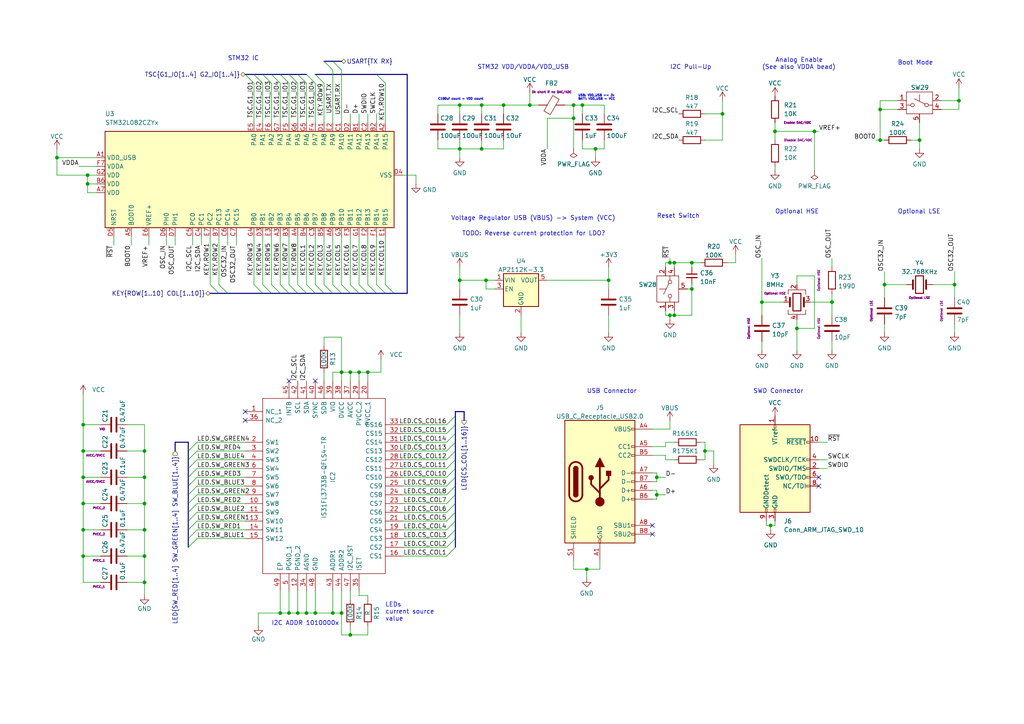
<source format=kicad_sch>
(kicad_sch (version 20211123) (generator eeschema)
  (paper "A4")
  (junction (at 255.27 31.75))
  (junction (at 101.6 184.15))
  (junction (at 236.22 38.1))
  (junction (at 166.37 34.29))
  (junction (at 146.05 30.48))
  (junction (at 140.97 81.28))
  (junction (at 166.37 30.48))
  (junction (at 99.06 107.95))
  (junction (at 24.13 123.19))
  (junction (at 24.13 153.67))
  (junction (at 168.91 30.48))
  (junction (at 133.35 30.48))
  (junction (at 99.06 177.8))
  (junction (at 101.6 107.95))
  (junction (at 255.27 40.64))
  (junction (at 41.91 146.05))
  (junction (at 153.67 30.48))
  (junction (at 266.7 40.64))
  (junction (at 194.31 76.2))
  (junction (at 24.13 146.05))
  (junction (at 190.5 138.43))
  (junction (at 204.47 130.81))
  (junction (at 96.52 177.8))
  (junction (at 41.91 168.91))
  (junction (at 41.91 153.67))
  (junction (at 172.72 43.18))
  (junction (at 231.14 95.25))
  (junction (at 41.91 130.81))
  (junction (at 16.51 45.72))
  (junction (at 276.86 82.55))
  (junction (at 224.79 38.1))
  (junction (at 209.55 33.02))
  (junction (at 170.18 165.1))
  (junction (at 25.4 50.8))
  (junction (at 194.31 91.44))
  (junction (at 190.5 143.51))
  (junction (at 41.91 161.29))
  (junction (at 24.13 130.81))
  (junction (at 176.53 81.28))
  (junction (at 88.9 177.8))
  (junction (at 139.7 30.48))
  (junction (at 200.66 83.82))
  (junction (at 195.58 91.44))
  (junction (at 25.4 53.34))
  (junction (at 86.36 177.8))
  (junction (at 256.54 82.55))
  (junction (at 24.13 138.43))
  (junction (at 104.14 107.95))
  (junction (at 133.35 81.28))
  (junction (at 195.58 76.2))
  (junction (at 278.13 29.21))
  (junction (at 83.82 177.8))
  (junction (at 223.52 152.4))
  (junction (at 41.91 138.43))
  (junction (at 24.13 161.29))
  (junction (at 133.35 43.18))
  (junction (at 91.44 177.8))
  (junction (at 81.28 177.8))
  (junction (at 139.7 43.18))
  (junction (at 106.68 107.95))
  (junction (at 220.98 87.63))
  (junction (at 241.3 87.63))
  (junction (at 200.66 76.2))
  (no_connect (at 189.23 154.94))
  (no_connect (at 71.12 121.92))
  (no_connect (at 71.12 119.38))
  (no_connect (at 189.23 152.4))
  (no_connect (at 91.44 110.49))
  (no_connect (at 237.49 140.97))
  (no_connect (at 237.49 138.43))
  (no_connect (at 83.82 110.49))
  (bus_entry (at 57.15 153.67) (size -2.54 2.54))
  (bus_entry (at 57.15 156.21) (size -2.54 2.54))
  (bus_entry (at 57.15 151.13) (size -2.54 2.54))
  (bus_entry (at 109.22 82.55) (size 2.54 2.54))
  (bus_entry (at 132.08 156.21) (size -2.54 2.54))
  (bus_entry (at 132.08 153.67) (size -2.54 2.54))
  (bus_entry (at 132.08 158.75) (size -2.54 2.54))
  (bus_entry (at 132.08 151.13) (size -2.54 2.54))
  (bus_entry (at 132.08 146.05) (size -2.54 2.54))
  (bus_entry (at 132.08 148.59) (size -2.54 2.54))
  (bus_entry (at 132.08 143.51) (size -2.54 2.54))
  (bus_entry (at 132.08 140.97) (size -2.54 2.54))
  (bus_entry (at 132.08 138.43) (size -2.54 2.54))
  (bus_entry (at 132.08 130.81) (size -2.54 2.54))
  (bus_entry (at 132.08 128.27) (size -2.54 2.54))
  (bus_entry (at 132.08 133.35) (size -2.54 2.54))
  (bus_entry (at 132.08 135.89) (size -2.54 2.54))
  (bus_entry (at 132.08 123.19) (size -2.54 2.54))
  (bus_entry (at 132.08 120.65) (size -2.54 2.54))
  (bus_entry (at 132.08 125.73) (size -2.54 2.54))
  (bus_entry (at 81.28 21.59) (size 2.54 2.54))
  (bus_entry (at 78.74 21.59) (size 2.54 2.54))
  (bus_entry (at 71.12 21.59) (size 2.54 2.54))
  (bus_entry (at 73.66 21.59) (size 2.54 2.54))
  (bus_entry (at 76.2 21.59) (size 2.54 2.54))
  (bus_entry (at 81.28 82.55) (size 2.54 2.54))
  (bus_entry (at 83.82 82.55) (size 2.54 2.54))
  (bus_entry (at 86.36 82.55) (size 2.54 2.54))
  (bus_entry (at 88.9 82.55) (size 2.54 2.54))
  (bus_entry (at 91.44 82.55) (size 2.54 2.54))
  (bus_entry (at 93.98 82.55) (size 2.54 2.54))
  (bus_entry (at 96.52 82.55) (size 2.54 2.54))
  (bus_entry (at 99.06 82.55) (size 2.54 2.54))
  (bus_entry (at 60.96 82.55) (size 2.54 2.54))
  (bus_entry (at 63.5 82.55) (size 2.54 2.54))
  (bus_entry (at 111.76 82.55) (size 2.54 2.54))
  (bus_entry (at 96.52 17.78) (size 2.54 2.54))
  (bus_entry (at 93.98 17.78) (size 2.54 2.54))
  (bus_entry (at 109.22 21.59) (size 2.54 2.54))
  (bus_entry (at 91.44 21.59) (size 2.54 2.54))
  (bus_entry (at 76.2 82.55) (size 2.54 2.54))
  (bus_entry (at 73.66 82.55) (size 2.54 2.54))
  (bus_entry (at 78.74 82.55) (size 2.54 2.54))
  (bus_entry (at 101.6 82.55) (size 2.54 2.54))
  (bus_entry (at 83.82 21.59) (size 2.54 2.54))
  (bus_entry (at 88.9 21.59) (size 2.54 2.54))
  (bus_entry (at 86.36 21.59) (size 2.54 2.54))
  (bus_entry (at 106.68 82.55) (size 2.54 2.54))
  (bus_entry (at 104.14 82.55) (size 2.54 2.54))
  (bus_entry (at 57.15 135.89) (size -2.54 2.54))
  (bus_entry (at 57.15 133.35) (size -2.54 2.54))
  (bus_entry (at 57.15 130.81) (size -2.54 2.54))
  (bus_entry (at 57.15 128.27) (size -2.54 2.54))
  (bus_entry (at 57.15 138.43) (size -2.54 2.54))
  (bus_entry (at 57.15 140.97) (size -2.54 2.54))
  (bus_entry (at 57.15 143.51) (size -2.54 2.54))
  (bus_entry (at 57.15 146.05) (size -2.54 2.54))
  (bus_entry (at 57.15 148.59) (size -2.54 2.54))
  (wire (pts (xy 99.06 97.79) (xy 99.06 107.95)))
  (wire (pts (xy 200.66 76.2) (xy 203.2 76.2)))
  (wire (pts (xy 276.86 93.98) (xy 276.86 96.52)))
  (wire (pts (xy 43.18 71.12) (xy 43.18 68.58)))
  (bus (pts (xy 132.08 153.67) (xy 132.08 156.21)))
  (wire (pts (xy 203.2 128.27) (xy 204.47 128.27)))
  (wire (pts (xy 36.83 138.43) (xy 41.91 138.43)))
  (wire (pts (xy 195.58 128.27) (xy 193.04 128.27)))
  (wire (pts (xy 101.6 107.95) (xy 101.6 110.49)))
  (wire (pts (xy 223.52 152.4) (xy 224.79 152.4)))
  (wire (pts (xy 129.54 133.35) (xy 116.84 133.35)))
  (wire (pts (xy 83.82 177.8) (xy 81.28 177.8)))
  (wire (pts (xy 93.98 97.79) (xy 99.06 97.79)))
  (wire (pts (xy 231.14 82.55) (xy 231.14 80.01)))
  (wire (pts (xy 106.68 181.61) (xy 106.68 184.15)))
  (wire (pts (xy 81.28 24.13) (xy 81.28 35.56)))
  (bus (pts (xy 91.44 21.59) (xy 109.22 21.59)))
  (bus (pts (xy 134.62 119.38) (xy 132.08 119.38)))
  (wire (pts (xy 255.27 40.64) (xy 256.54 40.64)))
  (wire (pts (xy 129.54 123.19) (xy 116.84 123.19)))
  (wire (pts (xy 127 30.48) (xy 133.35 30.48)))
  (wire (pts (xy 220.98 87.63) (xy 220.98 91.44)))
  (wire (pts (xy 104.14 68.58) (xy 104.14 82.55)))
  (bus (pts (xy 109.22 85.09) (xy 111.76 85.09)))
  (wire (pts (xy 106.68 107.95) (xy 106.68 110.49)))
  (bus (pts (xy 132.08 123.19) (xy 132.08 125.73)))
  (wire (pts (xy 173.99 162.56) (xy 173.99 165.1)))
  (wire (pts (xy 120.65 50.8) (xy 120.65 53.34)))
  (wire (pts (xy 129.54 158.75) (xy 116.84 158.75)))
  (wire (pts (xy 129.54 156.21) (xy 116.84 156.21)))
  (bus (pts (xy 54.61 153.67) (xy 54.61 156.21)))
  (wire (pts (xy 237.49 133.35) (xy 240.03 133.35)))
  (wire (pts (xy 104.14 171.45) (xy 104.14 172.72)))
  (wire (pts (xy 224.79 152.4) (xy 224.79 151.13)))
  (bus (pts (xy 71.12 21.59) (xy 73.66 21.59)))
  (wire (pts (xy 204.47 33.02) (xy 209.55 33.02)))
  (wire (pts (xy 36.83 153.67) (xy 41.91 153.67)))
  (wire (pts (xy 166.37 30.48) (xy 168.91 30.48)))
  (wire (pts (xy 99.06 68.58) (xy 99.06 82.55)))
  (wire (pts (xy 168.91 43.18) (xy 172.72 43.18)))
  (wire (pts (xy 106.68 68.58) (xy 106.68 82.55)))
  (wire (pts (xy 127 43.18) (xy 133.35 43.18)))
  (wire (pts (xy 236.22 38.1) (xy 237.49 38.1)))
  (wire (pts (xy 189.23 139.7) (xy 190.5 139.7)))
  (wire (pts (xy 93.98 107.95) (xy 93.98 110.49)))
  (wire (pts (xy 99.06 107.95) (xy 101.6 107.95)))
  (wire (pts (xy 24.13 130.81) (xy 24.13 123.19)))
  (wire (pts (xy 88.9 177.8) (xy 86.36 177.8)))
  (wire (pts (xy 24.13 153.67) (xy 29.21 153.67)))
  (bus (pts (xy 88.9 85.09) (xy 91.44 85.09)))
  (wire (pts (xy 41.91 146.05) (xy 41.91 153.67)))
  (bus (pts (xy 132.08 146.05) (xy 132.08 148.59)))
  (wire (pts (xy 104.14 172.72) (xy 106.68 172.72)))
  (wire (pts (xy 88.9 24.13) (xy 88.9 35.56)))
  (wire (pts (xy 24.13 130.81) (xy 29.21 130.81)))
  (wire (pts (xy 86.36 171.45) (xy 86.36 177.8)))
  (bus (pts (xy 54.61 138.43) (xy 54.61 140.97)))
  (wire (pts (xy 194.31 76.2) (xy 193.04 76.2)))
  (wire (pts (xy 127 30.48) (xy 127 33.02)))
  (wire (pts (xy 106.68 184.15) (xy 101.6 184.15)))
  (wire (pts (xy 36.83 168.91) (xy 41.91 168.91)))
  (wire (pts (xy 71.12 135.89) (xy 57.15 135.89)))
  (wire (pts (xy 83.82 171.45) (xy 83.82 177.8)))
  (wire (pts (xy 101.6 107.95) (xy 104.14 107.95)))
  (bus (pts (xy 76.2 21.59) (xy 78.74 21.59)))
  (bus (pts (xy 111.76 85.09) (xy 114.3 85.09)))
  (wire (pts (xy 189.23 132.08) (xy 193.04 132.08)))
  (wire (pts (xy 24.13 138.43) (xy 29.21 138.43)))
  (wire (pts (xy 256.54 82.55) (xy 256.54 86.36)))
  (bus (pts (xy 132.08 125.73) (xy 132.08 128.27)))
  (wire (pts (xy 58.42 68.58) (xy 58.42 71.12)))
  (bus (pts (xy 93.98 17.78) (xy 96.52 17.78)))
  (wire (pts (xy 96.52 171.45) (xy 96.52 177.8)))
  (wire (pts (xy 139.7 43.18) (xy 146.05 43.18)))
  (wire (pts (xy 200.66 82.55) (xy 200.66 83.82)))
  (wire (pts (xy 86.36 68.58) (xy 86.36 82.55)))
  (wire (pts (xy 106.68 35.56) (xy 106.68 33.02)))
  (wire (pts (xy 204.47 133.35) (xy 203.2 133.35)))
  (wire (pts (xy 96.52 20.32) (xy 96.52 35.56)))
  (wire (pts (xy 222.25 151.13) (xy 222.25 152.4)))
  (wire (pts (xy 166.37 165.1) (xy 170.18 165.1)))
  (wire (pts (xy 129.54 151.13) (xy 116.84 151.13)))
  (wire (pts (xy 41.91 138.43) (xy 41.91 146.05)))
  (wire (pts (xy 213.36 76.2) (xy 210.82 76.2)))
  (wire (pts (xy 256.54 78.74) (xy 256.54 82.55)))
  (bus (pts (xy 106.68 85.09) (xy 109.22 85.09)))
  (wire (pts (xy 81.28 68.58) (xy 81.28 82.55)))
  (bus (pts (xy 76.2 85.09) (xy 78.74 85.09)))
  (wire (pts (xy 36.83 161.29) (xy 41.91 161.29)))
  (wire (pts (xy 41.91 153.67) (xy 41.91 161.29)))
  (wire (pts (xy 22.86 48.26) (xy 27.94 48.26)))
  (wire (pts (xy 104.14 107.95) (xy 106.68 107.95)))
  (wire (pts (xy 129.54 146.05) (xy 116.84 146.05)))
  (wire (pts (xy 146.05 40.64) (xy 146.05 43.18)))
  (wire (pts (xy 195.58 91.44) (xy 200.66 91.44)))
  (wire (pts (xy 153.67 26.67) (xy 153.67 30.48)))
  (wire (pts (xy 278.13 29.21) (xy 278.13 25.4)))
  (wire (pts (xy 76.2 68.58) (xy 76.2 82.55)))
  (wire (pts (xy 16.51 50.8) (xy 25.4 50.8)))
  (wire (pts (xy 158.75 34.29) (xy 158.75 43.18)))
  (wire (pts (xy 24.13 138.43) (xy 24.13 130.81)))
  (bus (pts (xy 54.61 143.51) (xy 54.61 146.05)))
  (wire (pts (xy 71.12 140.97) (xy 57.15 140.97)))
  (bus (pts (xy 54.61 128.27) (xy 54.61 130.81)))
  (bus (pts (xy 96.52 17.78) (xy 99.06 17.78)))
  (wire (pts (xy 129.54 143.51) (xy 116.84 143.51)))
  (wire (pts (xy 129.54 130.81) (xy 116.84 130.81)))
  (wire (pts (xy 24.13 161.29) (xy 24.13 153.67)))
  (wire (pts (xy 16.51 45.72) (xy 16.51 50.8)))
  (wire (pts (xy 25.4 50.8) (xy 27.94 50.8)))
  (wire (pts (xy 255.27 40.64) (xy 255.27 31.75)))
  (wire (pts (xy 129.54 153.67) (xy 116.84 153.67)))
  (wire (pts (xy 222.25 152.4) (xy 223.52 152.4)))
  (wire (pts (xy 140.97 81.28) (xy 140.97 83.82)))
  (wire (pts (xy 170.18 165.1) (xy 170.18 167.64)))
  (wire (pts (xy 33.02 71.12) (xy 33.02 68.58)))
  (wire (pts (xy 190.5 143.51) (xy 193.04 143.51)))
  (wire (pts (xy 106.68 172.72) (xy 106.68 173.99)))
  (bus (pts (xy 109.22 21.59) (xy 118.11 21.59)))
  (wire (pts (xy 190.5 138.43) (xy 190.5 139.7)))
  (wire (pts (xy 86.36 177.8) (xy 83.82 177.8)))
  (wire (pts (xy 224.79 38.1) (xy 236.22 38.1)))
  (bus (pts (xy 132.08 120.65) (xy 132.08 123.19)))
  (wire (pts (xy 129.54 161.29) (xy 116.84 161.29)))
  (wire (pts (xy 55.88 68.58) (xy 55.88 71.12)))
  (wire (pts (xy 227.33 87.63) (xy 220.98 87.63)))
  (wire (pts (xy 16.51 45.72) (xy 27.94 45.72)))
  (bus (pts (xy 86.36 85.09) (xy 88.9 85.09)))
  (wire (pts (xy 106.68 107.95) (xy 110.49 107.95)))
  (wire (pts (xy 81.28 171.45) (xy 81.28 177.8)))
  (wire (pts (xy 71.12 138.43) (xy 57.15 138.43)))
  (wire (pts (xy 266.7 35.56) (xy 266.7 40.64)))
  (wire (pts (xy 73.66 24.13) (xy 73.66 35.56)))
  (wire (pts (xy 146.05 30.48) (xy 153.67 30.48)))
  (wire (pts (xy 195.58 76.2) (xy 200.66 76.2)))
  (wire (pts (xy 241.3 85.09) (xy 241.3 87.63)))
  (wire (pts (xy 133.35 91.44) (xy 133.35 96.52)))
  (wire (pts (xy 71.12 153.67) (xy 57.15 153.67)))
  (wire (pts (xy 255.27 31.75) (xy 255.27 29.21)))
  (wire (pts (xy 74.93 177.8) (xy 81.28 177.8)))
  (wire (pts (xy 96.52 177.8) (xy 91.44 177.8)))
  (wire (pts (xy 207.01 130.81) (xy 207.01 134.62)))
  (wire (pts (xy 172.72 43.18) (xy 175.26 43.18)))
  (wire (pts (xy 176.53 77.47) (xy 176.53 81.28)))
  (wire (pts (xy 48.26 71.12) (xy 48.26 68.58)))
  (wire (pts (xy 101.6 171.45) (xy 101.6 173.99)))
  (wire (pts (xy 231.14 80.01) (xy 236.22 80.01)))
  (wire (pts (xy 109.22 68.58) (xy 109.22 82.55)))
  (wire (pts (xy 224.79 35.56) (xy 224.79 38.1)))
  (bus (pts (xy 101.6 85.09) (xy 104.14 85.09)))
  (wire (pts (xy 41.91 168.91) (xy 41.91 172.72)))
  (bus (pts (xy 132.08 133.35) (xy 132.08 135.89)))
  (wire (pts (xy 129.54 148.59) (xy 116.84 148.59)))
  (wire (pts (xy 133.35 30.48) (xy 133.35 33.02)))
  (wire (pts (xy 68.58 71.12) (xy 68.58 68.58)))
  (wire (pts (xy 101.6 184.15) (xy 99.06 184.15)))
  (bus (pts (xy 132.08 140.97) (xy 132.08 143.51)))
  (bus (pts (xy 73.66 21.59) (xy 76.2 21.59)))
  (wire (pts (xy 71.12 133.35) (xy 57.15 133.35)))
  (bus (pts (xy 83.82 21.59) (xy 86.36 21.59)))
  (wire (pts (xy 204.47 130.81) (xy 207.01 130.81)))
  (wire (pts (xy 133.35 40.64) (xy 133.35 43.18)))
  (wire (pts (xy 255.27 29.21) (xy 260.35 29.21)))
  (wire (pts (xy 41.91 123.19) (xy 41.91 130.81)))
  (wire (pts (xy 36.83 146.05) (xy 41.91 146.05)))
  (wire (pts (xy 140.97 81.28) (xy 133.35 81.28)))
  (wire (pts (xy 24.13 168.91) (xy 24.13 161.29)))
  (wire (pts (xy 71.12 148.59) (xy 57.15 148.59)))
  (wire (pts (xy 262.89 82.55) (xy 256.54 82.55)))
  (wire (pts (xy 41.91 130.81) (xy 41.91 138.43)))
  (wire (pts (xy 24.13 146.05) (xy 24.13 138.43)))
  (wire (pts (xy 204.47 40.64) (xy 209.55 40.64)))
  (wire (pts (xy 36.83 130.81) (xy 41.91 130.81)))
  (bus (pts (xy 54.61 135.89) (xy 54.61 138.43)))
  (bus (pts (xy 132.08 151.13) (xy 132.08 153.67)))
  (wire (pts (xy 111.76 68.58) (xy 111.76 82.55)))
  (wire (pts (xy 175.26 30.48) (xy 175.26 33.02)))
  (wire (pts (xy 99.06 107.95) (xy 99.06 110.49)))
  (wire (pts (xy 166.37 30.48) (xy 166.37 34.29)))
  (wire (pts (xy 91.44 177.8) (xy 88.9 177.8)))
  (wire (pts (xy 220.98 99.06) (xy 220.98 101.6)))
  (wire (pts (xy 91.44 68.58) (xy 91.44 82.55)))
  (wire (pts (xy 189.23 144.78) (xy 190.5 144.78)))
  (wire (pts (xy 24.13 146.05) (xy 29.21 146.05)))
  (bus (pts (xy 118.11 21.59) (xy 118.11 85.09)))
  (wire (pts (xy 146.05 30.48) (xy 146.05 33.02)))
  (wire (pts (xy 99.06 171.45) (xy 99.06 177.8)))
  (wire (pts (xy 104.14 107.95) (xy 104.14 110.49)))
  (wire (pts (xy 223.52 152.4) (xy 223.52 153.67)))
  (wire (pts (xy 166.37 34.29) (xy 166.37 43.18)))
  (wire (pts (xy 195.58 76.2) (xy 195.58 77.47)))
  (wire (pts (xy 104.14 35.56) (xy 104.14 33.02)))
  (bus (pts (xy 114.3 85.09) (xy 118.11 85.09)))
  (bus (pts (xy 81.28 21.59) (xy 83.82 21.59)))
  (wire (pts (xy 193.04 91.44) (xy 194.31 91.44)))
  (wire (pts (xy 254 40.64) (xy 255.27 40.64)))
  (wire (pts (xy 193.04 132.08) (xy 193.04 133.35)))
  (wire (pts (xy 60.96 68.58) (xy 60.96 82.55)))
  (wire (pts (xy 96.52 110.49) (xy 96.52 107.95)))
  (wire (pts (xy 241.3 99.06) (xy 241.3 101.6)))
  (wire (pts (xy 133.35 43.18) (xy 139.7 43.18)))
  (wire (pts (xy 204.47 130.81) (xy 204.47 133.35)))
  (bus (pts (xy 60.96 85.09) (xy 63.5 85.09)))
  (wire (pts (xy 231.14 92.71) (xy 231.14 95.25)))
  (wire (pts (xy 24.13 161.29) (xy 29.21 161.29)))
  (wire (pts (xy 195.58 91.44) (xy 195.58 90.17)))
  (wire (pts (xy 101.6 68.58) (xy 101.6 82.55)))
  (wire (pts (xy 133.35 81.28) (xy 133.35 83.82)))
  (wire (pts (xy 129.54 135.89) (xy 116.84 135.89)))
  (wire (pts (xy 172.72 43.18) (xy 172.72 45.72)))
  (wire (pts (xy 129.54 138.43) (xy 116.84 138.43)))
  (wire (pts (xy 273.05 29.21) (xy 278.13 29.21)))
  (wire (pts (xy 236.22 38.1) (xy 236.22 49.53)))
  (bus (pts (xy 132.08 138.43) (xy 132.08 140.97)))
  (wire (pts (xy 231.14 95.25) (xy 236.22 95.25)))
  (wire (pts (xy 78.74 68.58) (xy 78.74 82.55)))
  (wire (pts (xy 209.55 40.64) (xy 209.55 33.02)))
  (bus (pts (xy 132.08 148.59) (xy 132.08 151.13)))
  (wire (pts (xy 170.18 165.1) (xy 173.99 165.1)))
  (wire (pts (xy 190.5 142.24) (xy 190.5 143.51)))
  (bus (pts (xy 54.61 146.05) (xy 54.61 148.59)))
  (wire (pts (xy 96.52 107.95) (xy 99.06 107.95)))
  (wire (pts (xy 266.7 40.64) (xy 266.7 43.18)))
  (wire (pts (xy 78.74 24.13) (xy 78.74 35.56)))
  (wire (pts (xy 63.5 68.58) (xy 63.5 82.55)))
  (wire (pts (xy 163.83 30.48) (xy 166.37 30.48)))
  (wire (pts (xy 158.75 81.28) (xy 176.53 81.28)))
  (wire (pts (xy 24.13 123.19) (xy 24.13 114.3)))
  (wire (pts (xy 176.53 91.44) (xy 176.53 96.52)))
  (bus (pts (xy 96.52 85.09) (xy 99.06 85.09)))
  (wire (pts (xy 241.3 74.93) (xy 241.3 77.47)))
  (wire (pts (xy 220.98 74.93) (xy 220.98 87.63)))
  (wire (pts (xy 93.98 100.33) (xy 93.98 97.79)))
  (wire (pts (xy 41.91 161.29) (xy 41.91 168.91)))
  (bus (pts (xy 78.74 21.59) (xy 81.28 21.59)))
  (wire (pts (xy 38.1 71.12) (xy 38.1 68.58)))
  (wire (pts (xy 176.53 83.82) (xy 176.53 81.28)))
  (bus (pts (xy 54.61 140.97) (xy 54.61 143.51)))
  (wire (pts (xy 86.36 24.13) (xy 86.36 35.56)))
  (wire (pts (xy 133.35 77.47) (xy 133.35 81.28)))
  (wire (pts (xy 24.13 123.19) (xy 29.21 123.19)))
  (wire (pts (xy 111.76 24.13) (xy 111.76 35.56)))
  (wire (pts (xy 270.51 82.55) (xy 276.86 82.55)))
  (bus (pts (xy 66.04 85.09) (xy 76.2 85.09)))
  (wire (pts (xy 204.47 128.27) (xy 204.47 130.81)))
  (bus (pts (xy 54.61 151.13) (xy 54.61 153.67)))
  (wire (pts (xy 190.5 138.43) (xy 193.04 138.43)))
  (bus (pts (xy 83.82 85.09) (xy 86.36 85.09)))
  (bus (pts (xy 93.98 85.09) (xy 96.52 85.09)))
  (wire (pts (xy 264.16 40.64) (xy 266.7 40.64)))
  (bus (pts (xy 104.14 85.09) (xy 106.68 85.09)))
  (bus (pts (xy 50.8 130.81) (xy 50.8 128.27)))
  (wire (pts (xy 129.54 128.27) (xy 116.84 128.27)))
  (wire (pts (xy 194.31 76.2) (xy 195.58 76.2)))
  (wire (pts (xy 255.27 31.75) (xy 260.35 31.75)))
  (wire (pts (xy 158.75 34.29) (xy 166.37 34.29)))
  (wire (pts (xy 193.04 90.17) (xy 193.04 91.44)))
  (wire (pts (xy 99.06 20.32) (xy 99.06 35.56)))
  (wire (pts (xy 71.12 130.81) (xy 57.15 130.81)))
  (wire (pts (xy 139.7 30.48) (xy 139.7 33.02)))
  (wire (pts (xy 166.37 162.56) (xy 166.37 165.1)))
  (wire (pts (xy 190.5 137.16) (xy 190.5 138.43)))
  (wire (pts (xy 76.2 24.13) (xy 76.2 35.56)))
  (wire (pts (xy 129.54 140.97) (xy 116.84 140.97)))
  (wire (pts (xy 101.6 35.56) (xy 101.6 33.02)))
  (wire (pts (xy 168.91 30.48) (xy 168.91 33.02)))
  (wire (pts (xy 91.44 24.13) (xy 91.44 35.56)))
  (bus (pts (xy 50.8 128.27) (xy 54.61 128.27)))
  (wire (pts (xy 190.5 143.51) (xy 190.5 144.78)))
  (wire (pts (xy 71.12 146.05) (xy 57.15 146.05)))
  (bus (pts (xy 132.08 135.89) (xy 132.08 138.43)))
  (bus (pts (xy 78.74 85.09) (xy 81.28 85.09)))
  (wire (pts (xy 83.82 24.13) (xy 83.82 35.56)))
  (wire (pts (xy 24.13 153.67) (xy 24.13 146.05)))
  (bus (pts (xy 54.61 130.81) (xy 54.61 133.35)))
  (bus (pts (xy 132.08 130.81) (xy 132.08 133.35)))
  (wire (pts (xy 139.7 30.48) (xy 146.05 30.48)))
  (wire (pts (xy 99.06 177.8) (xy 96.52 177.8)))
  (wire (pts (xy 237.49 135.89) (xy 240.03 135.89)))
  (wire (pts (xy 236.22 80.01) (xy 236.22 95.25)))
  (wire (pts (xy 194.31 121.92) (xy 194.31 124.46)))
  (wire (pts (xy 50.8 71.12) (xy 50.8 68.58)))
  (bus (pts (xy 54.61 156.21) (xy 54.61 158.75)))
  (wire (pts (xy 224.79 48.26) (xy 224.79 49.53)))
  (wire (pts (xy 74.93 177.8) (xy 74.93 181.61)))
  (bus (pts (xy 91.44 85.09) (xy 93.98 85.09)))
  (wire (pts (xy 93.98 68.58) (xy 93.98 82.55)))
  (wire (pts (xy 140.97 83.82) (xy 143.51 83.82)))
  (wire (pts (xy 101.6 181.61) (xy 101.6 184.15)))
  (wire (pts (xy 213.36 73.66) (xy 213.36 76.2)))
  (wire (pts (xy 199.39 83.82) (xy 200.66 83.82)))
  (wire (pts (xy 193.04 128.27) (xy 193.04 129.54)))
  (wire (pts (xy 151.13 91.44) (xy 151.13 96.52)))
  (wire (pts (xy 189.23 137.16) (xy 190.5 137.16)))
  (wire (pts (xy 73.66 68.58) (xy 73.66 82.55)))
  (bus (pts (xy 54.61 133.35) (xy 54.61 135.89)))
  (wire (pts (xy 168.91 40.64) (xy 168.91 43.18)))
  (wire (pts (xy 143.51 81.28) (xy 140.97 81.28)))
  (wire (pts (xy 231.14 95.25) (xy 231.14 101.6)))
  (bus (pts (xy 132.08 156.21) (xy 132.08 158.75)))
  (wire (pts (xy 194.31 74.93) (xy 194.31 76.2)))
  (wire (pts (xy 109.22 35.56) (xy 109.22 33.02)))
  (wire (pts (xy 110.49 104.14) (xy 110.49 107.95)))
  (wire (pts (xy 71.12 143.51) (xy 57.15 143.51)))
  (wire (pts (xy 71.12 128.27) (xy 57.15 128.27)))
  (wire (pts (xy 36.83 123.19) (xy 41.91 123.19)))
  (wire (pts (xy 24.13 168.91) (xy 29.21 168.91)))
  (wire (pts (xy 88.9 171.45) (xy 88.9 177.8)))
  (bus (pts (xy 132.08 119.38) (xy 132.08 120.65)))
  (wire (pts (xy 25.4 55.88) (xy 25.4 53.34)))
  (wire (pts (xy 25.4 53.34) (xy 25.4 50.8)))
  (wire (pts (xy 224.79 38.1) (xy 224.79 40.64)))
  (bus (pts (xy 132.08 143.51) (xy 132.08 146.05)))
  (wire (pts (xy 200.66 76.2) (xy 200.66 77.47)))
  (wire (pts (xy 234.95 87.63) (xy 241.3 87.63)))
  (wire (pts (xy 153.67 30.48) (xy 156.21 30.48)))
  (wire (pts (xy 175.26 40.64) (xy 175.26 43.18)))
  (bus (pts (xy 81.28 85.09) (xy 83.82 85.09)))
  (wire (pts (xy 194.31 91.44) (xy 194.31 92.71)))
  (wire (pts (xy 189.23 142.24) (xy 190.5 142.24)))
  (wire (pts (xy 133.35 43.18) (xy 133.35 45.72)))
  (wire (pts (xy 96.52 68.58) (xy 96.52 82.55)))
  (wire (pts (xy 193.04 76.2) (xy 193.04 77.47)))
  (bus (pts (xy 99.06 85.09) (xy 101.6 85.09)))
  (wire (pts (xy 189.23 129.54) (xy 193.04 129.54)))
  (wire (pts (xy 16.51 43.18) (xy 16.51 45.72)))
  (wire (pts (xy 116.84 50.8) (xy 120.65 50.8)))
  (wire (pts (xy 83.82 68.58) (xy 83.82 82.55)))
  (wire (pts (xy 189.23 124.46) (xy 194.31 124.46)))
  (wire (pts (xy 278.13 31.75) (xy 278.13 29.21)))
  (wire (pts (xy 71.12 151.13) (xy 57.15 151.13)))
  (wire (pts (xy 91.44 171.45) (xy 91.44 177.8)))
  (wire (pts (xy 273.05 31.75) (xy 278.13 31.75)))
  (bus (pts (xy 86.36 21.59) (xy 88.9 21.59)))
  (bus (pts (xy 54.61 148.59) (xy 54.61 151.13)))
  (bus (pts (xy 134.62 121.92) (xy 134.62 119.38)))
  (wire (pts (xy 127 40.64) (xy 127 43.18)))
  (wire (pts (xy 139.7 40.64) (xy 139.7 43.18)))
  (wire (pts (xy 241.3 87.63) (xy 241.3 91.44)))
  (wire (pts (xy 27.94 53.34) (xy 25.4 53.34)))
  (wire (pts (xy 66.04 71.12) (xy 66.04 68.58)))
  (wire (pts (xy 200.66 83.82) (xy 200.66 91.44)))
  (wire (pts (xy 71.12 156.21) (xy 57.15 156.21)))
  (wire (pts (xy 168.91 30.48) (xy 175.26 30.48)))
  (wire (pts (xy 276.86 82.55) (xy 276.86 86.36)))
  (wire (pts (xy 93.98 24.13) (xy 93.98 35.56)))
  (wire (pts (xy 88.9 68.58) (xy 88.9 82.55)))
  (wire (pts (xy 237.49 128.27) (xy 240.03 128.27)))
  (wire (pts (xy 276.86 78.74) (xy 276.86 82.55)))
  (bus (pts (xy 63.5 85.09) (xy 66.04 85.09)))
  (wire (pts (xy 193.04 133.35) (xy 195.58 133.35)))
  (wire (pts (xy 256.54 93.98) (xy 256.54 96.52)))
  (wire (pts (xy 209.55 33.02) (xy 209.55 29.21)))
  (wire (pts (xy 133.35 30.48) (xy 139.7 30.48)))
  (wire (pts (xy 129.54 125.73) (xy 116.84 125.73)))
  (wire (pts (xy 27.94 55.88) (xy 25.4 55.88)))
  (wire (pts (xy 99.06 177.8) (xy 99.06 184.15)))
  (wire (pts (xy 194.31 91.44) (xy 195.58 91.44)))
  (bus (pts (xy 132.08 128.27) (xy 132.08 130.81)))
  (text "Boot Mode" (at 260.35 19.05 0) (effects (font (size 1.27 1.27)) (justify left bottom)))
  (text "Voltage Regulator USB (VBUS) -> System (VCC)" (at 130.81 64.135 0) (effects (font (size 1.27 1.27)) (justify left bottom)))
  (text "C100uf count = VDD count" (at 127 29.21 0) (effects (font (size 0.63 0.63)) (justify left bottom)))
  (text "STM32 VDD/VDDA/VDD_USB" (at 138.43 20.32 0) (effects (font (size 1.27 1.27)) (justify left bottom)))
  (text "I2C Pull-Up" (at 194.31 20.32 0) (effects (font (size 1.27 1.27)) (justify left bottom)))
  (text "Optional LSE" (at 260.35 62.23 0) (effects (font (size 1.27 1.27)) (justify left bottom)))
  (text "LEDs \ncurrent source \nvalue" (at 111.76 180.34 0) (effects (font (size 1.27 1.27)) (justify left bottom)))
  (text "I2C ADDR 1010000x" (at 78.74 181.61 0) (effects (font (size 1.27 1.27)) (justify left bottom)))
  (text "Optional HSE" (at 224.79 62.23 0) (effects (font (size 1.27 1.27)) (justify left bottom)))
  (text "Reset Switch" (at 190.5 63.5 0) (effects (font (size 1.27 1.27)) (justify left bottom)))
  (text "STM32 IC" (at 66.04 17.78 0) (effects (font (size 1.27 1.27)) (justify left bottom)))
  (text "    Analog Enable\n(See also VDDA bead)" (at 220.98 20.32 0) (effects (font (size 1.27 1.27)) (justify left bottom)))
  (text "SWD Connector" (at 218.44 114.3 0) (effects (font (size 1.27 1.27)) (justify left bottom)))
  (text "TODO: Reverse current protection for LDO?" (at 133.985 68.58 0) (effects (font (size 1.27 1.27)) (justify left bottom)))
  (text "USB Connector" (at 170.18 114.3 0) (effects (font (size 1.27 1.27)) (justify left bottom)))
  (text "USB: VDD_USB >= 3v\nBATT: VDD_USB = VCC" (at 167.64 29.21 0) (effects (font (size 0.63 0.63)) (justify left bottom)))
  (label "LED.CS_COL9" (at 129.54 140.97 180))
  (label "OSC32_IN" (at 256.54 78.74 90))
  (label "OSC32_IN" (at 66.04 71.12 270))
  (label "LED.SW_RED2" (at 57.15 146.05 0))
  (label "LED.SW_BLUE3" (at 57.15 140.97 0))
  (label "I2C_SCL" (at 55.88 71.12 270))
  (label "KEY.COL5" (at 99.06 80.01 90))
  (label "SWDIO" (at 106.68 33.02 90))
  (label "I2C_SDA" (at 88.9 110.49 90))
  (label "D-" (at 101.6 33.02 90))
  (label "LED.SW_RED3" (at 57.15 138.43 0))
  (label "LED.CS_COL14" (at 129.54 128.27 180))
  (label "LED.CS_COL12" (at 129.54 133.35 180))
  (label "I2C_SCL" (at 86.36 110.49 90))
  (label "TSC.G1_IO2" (at 86.36 34.29 90))
  (label "LED.CS_COL5" (at 129.54 151.13 180))
  (label "KEY.ROW7" (at 83.82 80.01 90))
  (label "KEY.ROW5" (at 78.74 80.01 90))
  (label "SWDIO" (at 240.03 135.89 0))
  (label "SWCLK" (at 109.22 33.02 90))
  (label "LED.CS_COL2" (at 129.54 158.75 180))
  (label "KEY.COL10" (at 111.76 80.01 90))
  (label "KEY.ROW9" (at 93.98 24.13 270))
  (label "KEY.ROW1" (at 60.96 80.01 90))
  (label "VDDA" (at 158.75 43.18 270))
  (label "LED.CS_COL11" (at 129.54 135.89 180))
  (label "TSC.G1_IO3" (at 78.74 34.29 90))
  (label "~{RST}" (at 194.31 74.93 90))
  (label "OSC_OUT" (at 241.3 74.93 90))
  (label "LED.CS_COL6" (at 129.54 148.59 180))
  (label "LED.CS_COL7" (at 129.54 146.05 180))
  (label "D-" (at 193.04 138.43 0))
  (label "LED.CS_COL1" (at 129.54 161.29 180))
  (label "I2C_SDA" (at 58.42 71.12 270))
  (label "VREF+" (at 237.49 38.1 0))
  (label "LED.SW_BLUE1" (at 57.15 156.21 0))
  (label "LED.CS_COL3" (at 129.54 156.21 180))
  (label "~{RST}" (at 33.02 71.12 270))
  (label "LED.CS_COL10" (at 129.54 138.43 180))
  (label "OSC_OUT" (at 50.8 71.12 270))
  (label "KEY.COL4" (at 96.52 80.01 90))
  (label "OSC_IN" (at 48.26 71.12 270))
  (label "KEY.COL3" (at 93.98 80.01 90))
  (label "LED.SW_BLUE2" (at 57.15 148.59 0))
  (label "KEY.ROW10" (at 111.76 24.13 270))
  (label "LED.CS_COL4" (at 129.54 153.67 180))
  (label "OSC32_OUT" (at 68.58 71.12 270))
  (label "LED.CS_COL8" (at 129.54 143.51 180))
  (label "TSC.G1_IO4" (at 91.44 34.29 90))
  (label "OSC_IN" (at 220.98 74.93 90))
  (label "USART.TX" (at 96.52 24.13 270))
  (label "LED.CS_COL15" (at 129.54 125.73 180))
  (label "I2C_SCL" (at 196.85 33.02 180))
  (label "KEY.COL1" (at 88.9 80.01 90))
  (label "VDDA" (at 22.86 48.26 180))
  (label "USART.RX" (at 99.06 24.13 270))
  (label "TSC.G1_IO2" (at 76.2 34.29 90))
  (label "LED.SW_GREEN3" (at 57.15 135.89 0))
  (label "KEY.COL7" (at 104.14 80.01 90))
  (label "SWCLK" (at 240.03 133.35 0))
  (label "KEY.ROW8" (at 86.36 80.01 90))
  (label "TSC.G1_IO1" (at 73.66 34.29 90))
  (label "~{RST}" (at 240.03 128.27 0))
  (label "D+" (at 104.14 33.02 90))
  (label "LED.SW_RED4" (at 57.15 130.81 0))
  (label "KEY.ROW4" (at 76.2 80.01 90))
  (label "KEY.COL9" (at 109.22 80.01 90))
  (label "KEY.ROW3" (at 73.66 80.01 90))
  (label "LED.CS_COL13" (at 129.54 130.81 180))
  (label "KEY.ROW6" (at 81.28 80.01 90))
  (label "BOOT0" (at 254 40.64 180))
  (label "KEY.ROW2" (at 63.5 80.01 90))
  (label "I2C_SDA" (at 196.85 40.64 180))
  (label "LED.SW_GREEN4" (at 57.15 128.27 0))
  (label "D+" (at 193.04 143.51 0))
  (label "TSC.G1_IO4" (at 81.28 34.29 90))
  (label "OSC32_OUT" (at 276.86 78.74 90))
  (label "LED.SW_RED1" (at 57.15 153.67 0))
  (label "KEY.COL2" (at 91.44 80.01 90))
  (label "LED.SW_GREEN1" (at 57.15 151.13 0))
  (label "LED.SW_BLUE4" (at 57.15 133.35 0))
  (label "KEY.COL6" (at 101.6 80.01 90))
  (label "VREF+" (at 43.18 71.12 270))
  (label "BOOT0" (at 38.1 71.12 270))
  (label "LED.CS_COL16" (at 129.54 123.19 180))
  (label "LED.SW_GREEN2" (at 57.15 143.51 0))
  (label "TSC.G1_IO1" (at 83.82 34.29 90))
  (label "TSC.G1_IO3" (at 88.9 34.29 90))
  (label "KEY.COL8" (at 106.68 80.01 90))
  (hierarchical_label "LED{SW_RED[1..4] SW_GREEN[1..4] SW_BLUE[1..4]}" (shape input) (at 50.8 130.81 270))
  (hierarchical_label "USART{TX RX}" (shape bidirectional) (at 99.06 17.78 0))
  (hierarchical_label "KEY{ROW[1..10] COL[1..10]}" (shape bidirectional) (at 60.96 85.09 180))
  (hierarchical_label "TSC{G1_IO[1..4] G2_IO[1..4]}" (shape bidirectional) (at 71.12 21.59 180))
  (hierarchical_label "LED{CS_COL[1..16]}" (shape output) (at 134.62 121.92 270))
  (symbol (lib_id "power:VCC") (at 224.79 27.94 0) (unit 1)
    (property "Reference" "#PWR063" (effects hide))
    (property "Value" "VCC" (at 224.79 24.13 0))
  )
  (symbol (lib_id "power:GND") (at 241.3 101.6 0) (unit 1)
    (property "Reference" "#PWR067" (effects hide))
    (property "Value" "GND" (at 241.3 106.0434 0))
  )
  (symbol (lib_id "power:+3V3") (at 176.53 77.47 0) (unit 1)
    (property "Reference" "#PWR054" (effects hide))
    (property "Value" "+3V3" (at 176.53 73.8942 0))
  )
  (symbol (lib_id "power:GND") (at 41.91 172.72 0) (unit 1)
    (property "Reference" "#PWR043" (effects hide))
    (property "Value" "GND" (at 41.91 176.53 0))
  )
  (symbol (lib_id "power:GND") (at 223.52 153.67 0) (unit 1)
    (property "Reference" "#PWR062" (effects hide))
    (property "Value" "GND" (at 223.52 158.1134 0))
  )
  (symbol (lib_id "Device:C") (at 220.98 95.25 0) (unit 1)
    (property "Reference" "C37" (at 223.901 94.4153 0) (effects (justify left)))
    (property "Value" "10pF" (at 223.901 96.9522 0) (effects (justify left)))
    (property "Footprint" "Capacitor_SMD:C_0805_2012Metric" (effects hide))
    (property "Notes" "Optional HSE" (at 217.17 95.25 90) (effects (font (size 0.63 0.63))))
  )
  (symbol (lib_id "power:VBUS") (at 194.31 121.92 0) (unit 1)
    (property "Reference" "#PWR057" (effects hide))
    (property "Value" "VBUS" (at 194.31 118.3442 0))
  )
  (symbol (lib_id "Device:C") (at 133.35 87.63 0) (unit 1)
    (property "Reference" "C30" (at 136.271 86.7953 0) (effects (justify left)))
    (property "Value" "1uF" (at 136.271 89.3322 0) (effects (justify left)))
    (property "Footprint" "Capacitor_SMD:C_0805_2012Metric" (effects hide))
  )
  (symbol (lib_id "Device:R") (at 106.68 177.8 0) (unit 1)
    (property "Reference" "R15" (at 109.22 177.8 90))
    (property "Value" "R" (at 106.68 177.8 90))
    (property "Footprint" "Resistor_SMD:R_0805_2012Metric" (effects hide))
  )
  (symbol (lib_id "power:VBUS") (at 133.35 77.47 0) (unit 1)
    (property "Reference" "#PWR048" (effects hide))
    (property "Value" "VBUS" (at 133.35 73.8942 0))
  )
  (symbol (lib_id "power:VCC") (at 24.13 114.3 0) (unit 1)
    (property "Reference" "#PWR042" (effects hide))
    (property "Value" "VCC" (at 26.67 113.0299 0) (effects (justify left)))
  )
  (symbol (lib_id "Nour_KB:IS31FL3733B-QFLS4-TR") (at 93.98 138.43 0) (unit 1)
    (property "Reference" "IC2" (at 96.52 138.43 90))
    (property "Value" "IS31FL3733B-QFLS4-TR" (at 93.98 138.43 90))
    (property "Footprint" "Nour_KB:QFN40P600X600X80-49N-D" (effects hide))
    (property "Datasheet" "https://lumissil.com/assets/pdf/core/IS31FL3733B_DS.pdf" (effects hide))
    (property "Description" "Integrated Silicon Solution Inc 12 16 Dot Matrix LED Drive with individual auto breath function, QFN-48 (6mm 6mm), T&R" (effects hide))
    (property "Height" "0.8" (effects hide))
    (property "Manufacturer_Name" "Lumissil" (effects hide))
    (property "Manufacturer_Part_Number" "IS31FL3733B-QFLS4-TR" (effects hide))
    (property "Mouser Part Number" "870-IS31FL3733BQFLS4" (effects hide))
    (property "Mouser Price/Stock" "https://www.mouser.co.uk/ProductDetail/Lumissil/IS31FL3733B-QFLS4-TR?qs=vHuUswq2%252Bswp75bDg7zw%2Fw%3D%3D" (effects hide))
  )
  (symbol (lib_id "Device:R") (at 199.39 128.27 90) (unit 1)
    (property "Reference" "R16" (at 196.85 125.73 90))
    (property "Value" "5K1" (at 200.66 125.73 90))
    (property "Footprint" "Resistor_SMD:R_0805_2012Metric" (effects hide))
  )
  (symbol (lib_id "power:GND") (at 231.14 101.6 0) (unit 1)
    (property "Reference" "#PWR066" (effects hide))
    (property "Value" "GND" (at 231.14 106.0434 0))
  )
  (symbol (lib_id "power:GND") (at 172.72 45.72 0) (unit 1)
    (property "Reference" "#PWR053" (effects hide))
    (property "Value" "GND" (at 172.72 50.1634 0))
  )
  (symbol (lib_id "power:GND") (at 151.13 96.52 0) (unit 1)
    (property "Reference" "#PWR050" (effects hide))
    (property "Value" "GND" (at 151.13 100.9634 0))
  )
  (symbol (lib_id "power:GND") (at 133.35 96.52 0) (unit 1)
    (property "Reference" "#PWR049" (effects hide))
    (property "Value" "GND" (at 133.35 100.9634 0))
  )
  (symbol (lib_id "power:GND") (at 133.35 45.72 0) (unit 1)
    (property "Reference" "#PWR047" (effects hide))
    (property "Value" "GND" (at 133.35 50.1634 0))
  )
  (symbol (lib_id "Device:C") (at 33.02 130.81 90) (unit 1)
    (property "Reference" "C22" (at 30.48 130.175 0) (effects (justify left)))
    (property "Value" "0.47uF" (at 35.56 130.175 0) (effects (justify left)))
    (property "Footprint" "Capacitor_SMD:C_0805_2012Metric" (effects hide))
    (property "Notes" "AVCC/DVCC" (at 30.48 132.08 90) (effects (font (size 0.63 0.63)) (justify left)))
  )
  (symbol (lib_id "Device:C") (at 33.02 161.29 90) (unit 1)
    (property "Reference" "C26" (at 30.48 160.655 0) (effects (justify left)))
    (property "Value" "0.47uF" (at 35.56 160.655 0) (effects (justify left)))
    (property "Footprint" "Capacitor_SMD:C_0805_2012Metric" (effects hide))
    (property "Notes" "PVCC_1" (at 30.48 162.56 90) (effects (font (size 0.63 0.63)) (justify left)))
  )
  (symbol (lib_id "Device:C") (at 276.86 90.17 0) (unit 1)
    (property "Reference" "C40" (at 277.495 87.63 0) (effects (justify left)))
    (property "Value" "7pF" (at 277.495 92.71 0) (effects (justify left)))
    (property "Footprint" "Capacitor_SMD:C_0805_2012Metric" (effects hide))
    (property "Notes" "Optional LSE" (at 273.05 90.17 90) (effects (font (size 0.63 0.63))))
  )
  (symbol (lib_id "power:VCC") (at 278.13 25.4 0) (unit 1)
    (property "Reference" "#PWR071" (effects hide))
    (property "Value" "VCC" (at 278.13 21.59 0))
  )
  (symbol (lib_id "Device:Crystal_GND24") (at 231.14 87.63 0) (unit 1)
    (property "Reference" "Y3" (at 224.79 80.01 0))
    (property "Value" "8MHz" (at 224.79 82.55 0))
    (property "Footprint" "Nour_KB:ECS801830BAGNTR" (effects hide))
    (property "Notes" "Optional HSE" (at 224.79 85.09 0) (effects (font (size 0.63 0.63))))
    (property "PartNo" "ECS-80-10-30B-CWN-TR" (effects hide))
  )
  (symbol (lib_id "Device:C") (at 33.02 123.19 90) (unit 1)
    (property "Reference" "C21" (at 30.48 122.555 0) (effects (justify left)))
    (property "Value" "0.47uF" (at 35.56 122.555 0) (effects (justify left)))
    (property "Footprint" "Capacitor_SMD:C_0805_2012Metric" (effects hide))
    (property "Notes" "VIO" (at 30.48 124.46 90) (effects (font (size 0.63 0.63)) (justify left)))
  )
  (symbol (lib_id "Device:C") (at 127 36.83 0) (unit 1)
    (property "Reference" "C28" (at 127.635 34.29 0) (effects (justify left)))
    (property "Value" "100uF" (at 127.635 39.37 0) (effects (justify left)))
    (property "Footprint" "Capacitor_SMD:C_0805_2012Metric" (effects hide))
  )
  (symbol (lib_id "power:VCC") (at 16.51 43.18 0) (unit 1)
    (property "Reference" "#PWR041" (effects hide))
    (property "Value" "VCC" (at 16.51 39.6042 0))
  )
  (symbol (lib_id "MCU_ST_STM32L0:STM32L082CZYx") (at 71.12 50.8 90) (unit 1)
    (property "Reference" "U3" (at 30.48 33.02 90) (effects (justify right)))
    (property "Value" "STM32L082CZYx" (at 30.48 35.56 90) (effects (justify right)))
    (property "Footprint" "Package_CSP:ST_WLCSP-49_Die447" (effects hide))
    (property "Datasheet" "http://www.st.com/st-web-ui/static/active/en/resource/technical/document/datasheet/DM00141132.pdf" (effects hide))
  )
  (symbol (lib_id "Device:R") (at 260.35 40.64 270) (unit 1)
    (property "Reference" "R24" (at 260.35 35.9242 90))
    (property "Value" "100K" (at 260.35 38.4611 90))
    (property "Footprint" "Resistor_SMD:R_0805_2012Metric" (effects hide))
  )
  (symbol (lib_id "Device:C") (at 176.53 87.63 0) (unit 1)
    (property "Reference" "C35" (at 179.451 86.7953 0) (effects (justify left)))
    (property "Value" "1uF" (at 179.451 89.3322 0) (effects (justify left)))
    (property "Footprint" "Capacitor_SMD:C_0805_2012Metric" (effects hide))
  )
  (symbol (lib_id "Device:C") (at 175.26 36.83 0) (unit 1)
    (property "Reference" "C34" (at 175.895 34.29 0) (effects (justify left)))
    (property "Value" "100uF" (at 175.895 39.37 0) (effects (justify left)))
    (property "Footprint" "Capacitor_SMD:C_0805_2012Metric" (effects hide))
  )
  (symbol (lib_id "Device:FerriteBead") (at 160.02 30.48 90) (unit 1)
    (property "Reference" "FB2" (at 159.9692 24.1386 90))
    (property "Value" "FerriteBead" (effects hide))
    (property "Footprint" "Resistor_SMD:R_0805_2012Metric" (effects hide))
    (property "Notes" "Ok short if no DAC/ADC" (at 160.02 26.67 90) (effects (font (size 0.63 0.63))))
  )
  (symbol (lib_id "Regulator_Linear:AP2112K-3.3") (at 151.13 83.82 0) (unit 1)
    (property "Reference" "U4" (at 151.13 75.6752 0))
    (property "Value" "AP2112K-3.3" (at 151.13 78.2121 0))
    (property "Footprint" "Package_TO_SOT_SMD:SOT-23-5" (effects hide))
    (property "Datasheet" "https://www.diodes.com/assets/Datasheets/AP2112.pdf" (effects hide))
  )
  (symbol (lib_id "Device:Crystal") (at 266.7 82.55 0) (unit 1)
    (property "Reference" "Y4" (at 266.7 76.2848 0))
    (property "Value" "32.768KHz" (at 266.7 78.8217 0))
    (property "Footprint" "Nour_KB:ECS327712TR" (effects hide))
    (property "Notes" "Optional LSE" (at 266.7 86.36 0) (effects (font (size 0.63 0.63))))
    (property "PartNo" "ECS-.327-7-12-TR" (effects hide))
  )
  (symbol (lib_id "Device:R") (at 200.66 40.64 270) (unit 1)
    (property "Reference" "R19" (at 200.66 35.9242 90))
    (property "Value" "4k7" (at 200.66 38.4611 90))
    (property "Footprint" "Resistor_SMD:R_0805_2012Metric" (effects hide))
  )
  (symbol (lib_id "Device:C") (at 133.35 36.83 0) (unit 1)
    (property "Reference" "C29" (at 133.985 34.29 0) (effects (justify left)))
    (property "Value" "100uF" (at 133.985 39.37 0) (effects (justify left)))
    (property "Footprint" "Capacitor_SMD:C_0805_2012Metric" (effects hide))
  )
  (symbol (lib_id "Device:C") (at 33.02 153.67 90) (unit 1)
    (property "Reference" "C25" (at 30.48 153.035 0) (effects (justify left)))
    (property "Value" "0.1uF" (at 35.56 153.035 0) (effects (justify left)))
    (property "Footprint" "Capacitor_SMD:C_0805_2012Metric" (effects hide))
    (property "Notes" "PVCC_2" (at 30.48 154.94 90) (effects (font (size 0.63 0.63)) (justify left)))
  )
  (symbol (lib_id "Device:R") (at 224.79 44.45 0) (unit 1)
    (property "Reference" "R22" (at 227.33 43.18 0) (effects (justify left)))
    (property "Value" "10K" (at 227.33 45.72 0) (effects (justify left)))
    (property "Footprint" "Resistor_SMD:R_0805_2012Metric" (effects hide))
    (property "Notes" "Disable DAC/ADC" (at 227.33 40.64 0) (effects (font (size 0.63 0.63)) (justify left)))
  )
  (symbol (lib_id "power:VCC") (at 213.36 73.66 0) (unit 1)
    (property "Reference" "#PWR060" (effects hide))
    (property "Value" "VCC" (at 213.36 70.0842 0))
  )
  (symbol (lib_id "power:VCC") (at 110.49 104.14 0) (unit 1)
    (property "Reference" "#PWR045" (effects hide))
    (property "Value" "VCC" (at 113.03 102.8699 0) (effects (justify left)))
  )
  (symbol (lib_id "Device:R") (at 101.6 177.8 0) (unit 1)
    (property "Reference" "R14" (at 104.14 177.8 90))
    (property "Value" "100K" (at 101.6 177.8 90))
    (property "Footprint" "Resistor_SMD:R_0805_2012Metric" (effects hide))
  )
  (symbol (lib_id "Device:R") (at 93.98 104.14 0) (unit 1)
    (property "Reference" "R13" (at 96.52 104.14 90))
    (property "Value" "100K" (at 93.98 104.14 90))
    (property "Footprint" "Resistor_SMD:R_0805_2012Metric" (effects hide))
  )
  (symbol (lib_id "power:VCC") (at 153.67 26.67 0) (unit 1)
    (property "Reference" "#PWR051" (effects hide))
    (property "Value" "VCC" (at 153.67 23.0942 0))
  )
  (symbol (lib_id "power:GND") (at 224.79 49.53 0) (unit 1)
    (property "Reference" "#PWR064" (effects hide))
    (property "Value" "GND" (at 224.79 53.9734 0))
  )
  (symbol (lib_id "Device:C") (at 33.02 168.91 90) (unit 1)
    (property "Reference" "C27" (at 30.48 168.275 0) (effects (justify left)))
    (property "Value" "0.1uF" (at 35.56 168.275 0) (effects (justify left)))
    (property "Footprint" "Capacitor_SMD:C_0805_2012Metric" (effects hide))
    (property "Notes" "PVCC_1" (at 30.48 170.18 90) (effects (font (size 0.63 0.63)) (justify left)))
  )
  (symbol (lib_id "power:GND") (at 256.54 96.52 0) (unit 1)
    (property "Reference" "#PWR068" (effects hide))
    (property "Value" "GND" (at 256.54 100.9634 0))
  )
  (symbol (lib_id "Device:R") (at 207.01 76.2 90) (unit 1)
    (property "Reference" "R20" (at 207.01 71.4842 90))
    (property "Value" "100K" (at 207.01 74.0211 90))
    (property "Footprint" "Resistor_SMD:R_0805_2012Metric" (effects hide))
  )
  (symbol (lib_id "Device:C_Small") (at 200.66 80.01 0) (unit 1)
    (property "Reference" "C36" (at 202.9841 79.1816 0) (effects (justify left)))
    (property "Value" "10nF" (at 202.9841 81.7185 0) (effects (justify left)))
    (property "Footprint" "Capacitor_SMD:C_0805_2012Metric" (effects hide))
  )
  (symbol (lib_id "power:GND") (at 176.53 96.52 0) (unit 1)
    (property "Reference" "#PWR055" (effects hide))
    (property "Value" "GND" (at 176.53 100.9634 0))
  )
  (symbol (lib_id "Device:C") (at 241.3 95.25 0) (unit 1)
    (property "Reference" "C38" (at 241.935 92.71 0) (effects (justify left)))
    (property "Value" "10pF" (at 241.935 97.79 0) (effects (justify left)))
    (property "Footprint" "Capacitor_SMD:C_0805_2012Metric" (effects hide))
    (property "Notes" "Optional HSE" (at 237.49 95.25 90) (effects (font (size 0.63 0.63))))
  )
  (symbol (lib_id "power:GND") (at 220.98 101.6 0) (unit 1)
    (property "Reference" "#PWR061" (effects hide))
    (property "Value" "GND" (at 220.98 106.0434 0))
  )
  (symbol (lib_id "Connector:Conn_ARM_JTAG_SWD_10") (at 224.79 135.89 0) (unit 1)
    (property "Reference" "J6" (at 227.33 151.13 0) (effects (justify left)))
    (property "Value" "Conn_ARM_JTAG_SWD_10" (at 227.33 153.67 0) (effects (justify left)))
    (property "Footprint" "Connector_PinSocket_1.27mm:PinSocket_2x05_P1.27mm_Vertical" (effects hide))
    (property "Datasheet" "http://infocenter.arm.com/help/topic/com.arm.doc.ddi0314h/DDI0314H_coresight_components_trm.pdf" (effects hide))
  )
  (symbol (lib_id "Device:C") (at 33.02 138.43 90) (unit 1)
    (property "Reference" "C23" (at 30.48 137.795 0) (effects (justify left)))
    (property "Value" "0.1uF" (at 35.56 137.795 0) (effects (justify left)))
    (property "Footprint" "Capacitor_SMD:C_0805_2012Metric" (effects hide))
    (property "Notes" "AVCC/DVCC" (at 30.48 139.7 90) (effects (font (size 0.63 0.63)) (justify left)))
  )
  (symbol (lib_id "Device:R") (at 224.79 31.75 0) (unit 1)
    (property "Reference" "R21" (at 227.33 30.48 0) (effects (justify left)))
    (property "Value" "10K" (at 227.33 33.02 0) (effects (justify left)))
    (property "Footprint" "Resistor_SMD:R_0805_2012Metric" (effects hide))
    (property "Notes" "Enable DAC/ADC" (at 227.33 35.56 0) (effects (font (size 0.63 0.63)) (justify left)))
  )
  (symbol (lib_id "power:GND") (at 207.01 134.62 0) (unit 1)
    (property "Reference" "#PWR058" (effects hide))
    (property "Value" "GND" (at 207.01 139.0634 0))
  )
  (symbol (lib_id "power:VCC") (at 224.79 120.65 0) (unit 1)
    (property "Reference" "#PWR065" (effects hide))
    (property "Value" "VCC" (at 224.79 116.84 0))
  )
  (symbol (lib_id "power:GND") (at 170.18 167.64 0) (unit 1)
    (property "Reference" "#PWR052" (effects hide))
    (property "Value" "GND" (at 170.18 172.0834 0))
  )
  (symbol (lib_id "Device:C") (at 139.7 36.83 0) (unit 1)
    (property "Reference" "C31" (at 140.335 34.29 0) (effects (justify left)))
    (property "Value" "100uF" (at 140.335 39.37 0) (effects (justify left)))
    (property "Footprint" "Capacitor_SMD:C_0805_2012Metric" (effects hide))
  )
  (symbol (lib_id "Connector:USB_C_Receptacle_USB2.0") (at 173.99 139.7 0) (unit 1)
    (property "Reference" "J5" (at 173.99 118.2202 0))
    (property "Value" "USB_C_Receptacle_USB2.0" (at 173.99 120.7571 0))
    (property "Footprint" "Nour_KB:GCT_USB4085-GF-A_REVA4" (effects hide))
    (property "Datasheet" "https://www.usb.org/sites/default/files/documents/usb_type-c.zip" (effects hide))
  )
  (symbol (lib_id "Device:R") (at 199.39 133.35 90) (unit 1)
    (property "Reference" "R17" (at 196.85 130.81 90))
    (property "Value" "5K1" (at 200.66 130.81 90))
    (property "Footprint" "Resistor_SMD:R_0805_2012Metric" (effects hide))
  )
  (symbol (lib_id "Device:C") (at 33.02 146.05 90) (unit 1)
    (property "Reference" "C24" (at 30.48 145.415 0) (effects (justify left)))
    (property "Value" "0.47uF" (at 35.56 145.415 0) (effects (justify left)))
    (property "Footprint" "Capacitor_SMD:C_0805_2012Metric" (effects hide))
    (property "Notes" "PVCC_2" (at 30.48 147.32 90) (effects (font (size 0.63 0.63)) (justify left)))
  )
  (symbol (lib_id "power:GND") (at 276.86 96.52 0) (unit 1)
    (property "Reference" "#PWR070" (effects hide))
    (property "Value" "GND" (at 276.86 100.9634 0))
  )
  (symbol (lib_id "power:PWR_FLAG") (at 166.37 43.18 180) (unit 1)
    (property "Reference" "#FLG06" (effects hide))
    (property "Value" "PWR_FLAG" (at 166.37 47.6234 0))
  )
  (symbol (lib_id "Device:R") (at 200.66 33.02 90) (unit 1)
    (property "Reference" "R18" (at 200.66 28.3042 90))
    (property "Value" "4k7" (at 200.66 30.8411 90))
    (property "Footprint" "Resistor_SMD:R_0805_2012Metric" (effects hide))
  )
  (symbol (lib_id "Device:C") (at 256.54 90.17 0) (unit 1)
    (property "Reference" "C39" (at 259.461 89.3353 0) (effects (justify left)))
    (property "Value" "7pF" (at 259.461 91.8722 0) (effects (justify left)))
    (property "Footprint" "Capacitor_SMD:C_0805_2012Metric" (effects hide))
    (property "Notes" "Optional LSE" (at 252.73 90.17 90) (effects (font (size 0.63 0.63))))
  )
  (symbol (lib_id "power:VCC") (at 209.55 29.21 0) (unit 1)
    (property "Reference" "#PWR059" (effects hide))
    (property "Value" "VCC" (at 209.55 25.6342 0))
  )
  (symbol (lib_id "power:GND") (at 266.7 43.18 0) (unit 1)
    (property "Reference" "#PWR069" (effects hide))
    (property "Value" "GND" (at 266.7 47.6234 0))
  )
  (symbol (lib_id "power:PWR_FLAG") (at 236.22 49.53 180) (unit 1)
    (property "Reference" "#FLG07" (effects hide))
    (property "Value" "PWR_FLAG" (at 236.22 53.9734 0))
  )
  (symbol (lib_id "Nour_KB:SW_Push_SPST_13_24_G") (at 194.31 83.82 90) (unit 1)
    (property "Reference" "SW28" (at 190.5 82.55 90) (effects (justify left)))
    (property "Value" "SW_SPST_G" (effects hide))
    (property "Footprint" "Nour_KB:EVQP9102W" (effects hide))
    (property "PartNo" "EVQ-P9102W" (effects hide))
  )
  (symbol (lib_id "power:GND") (at 74.93 181.61 0) (unit 1)
    (property "Reference" "#PWR044" (effects hide))
    (property "Value" "GND" (at 74.93 185.42 0))
  )
  (symbol (lib_id "Device:C") (at 168.91 36.83 0) (unit 1)
    (property "Reference" "C33" (at 169.545 34.29 0) (effects (justify left)))
    (property "Value" "1uF" (at 169.545 39.37 0) (effects (justify left)))
    (property "Footprint" "Capacitor_SMD:C_0805_2012Metric" (effects hide))
  )
  (symbol (lib_id "Device:R") (at 241.3 81.28 0) (unit 1)
    (property "Reference" "R23" (at 243.078 80.4453 0) (effects (justify left)))
    (property "Value" "1990" (at 243.078 82.9822 0) (effects (justify left)))
    (property "Footprint" "Resistor_SMD:R_0805_2012Metric" (effects hide))
    (property "Notes" "Optional HSE" (at 237.49 81.28 90) (effects (font (size 0.63 0.63))))
  )
  (symbol (lib_id "Device:C") (at 146.05 36.83 0) (unit 1)
    (property "Reference" "C32" (at 146.685 34.29 0) (effects (justify left)))
    (property "Value" "10uF" (at 146.685 39.37 0) (effects (justify left)))
    (property "Footprint" "Capacitor_SMD:C_0805_2012Metric" (effects hide))
  )
  (symbol (lib_id "power:GND") (at 194.31 92.71 0) (unit 1)
    (property "Reference" "#PWR056" (effects hide))
    (property "Value" "GND" (at 194.31 97.1534 0))
  )
  (symbol (lib_id "Nour_KB:SW_Push_SPST_13_24_G") (at 266.7 30.48 0) (unit 1)
    (property "Reference" "SW29" (at 264.16 25.4 0) (effects (justify left)))
    (property "Value" "SW_SPST_G" (effects hide))
    (property "Footprint" "Nour_KB:EVQP9102W" (effects hide))
    (property "PartNo" "EVQ-P9102W" (effects hide))
  )
  (symbol (lib_id "power:GND") (at 120.65 53.34 0) (unit 1)
    (property "Reference" "#PWR046" (effects hide))
    (property "Value" "GND" (at 122.555 55.0438 0) (effects (justify left)))
  )
)
</source>
